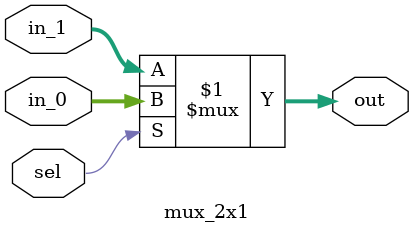
<source format=sv>
module mux_2x1(
    input logic [31:0] in_0, in_1,
    input logic sel,
    output logic [31:0] out);

    assign out = sel ? in_0 : in_1;
    
endmodule

</source>
